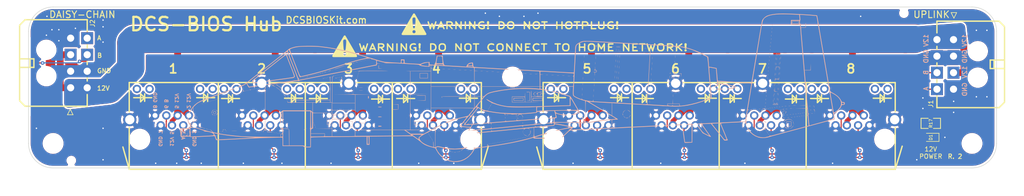
<source format=kicad_pcb>
(kicad_pcb (version 20211014) (generator pcbnew)
  (title_block (title "DCS-BIOS Hub") (date "2023-01-03") (rev "2") (company "Maciej Swic"))
  (layers (0 "F.Cu" signal) (31 "B.Cu" signal) (34 "B.Paste" user) (35 "F.Paste" user) (36 "B.SilkS" user "B.Silkscreen") (37 "F.SilkS" user "F.Silkscreen") (38 "B.Mask" user) (39 "F.Mask" user) (44 "Edge.Cuts" user))
  (net 0 "")
  (net 1 "GND")
  (net 2 "RS485-")
  (net 3 "RS485+")
  (net 5 "Net-(D1-Pad2)")
  (net 9 "+12V")
  (footprint "LOGO" (layer "F.Cu") (at 128.047865 85.25)
    (fp_text reference "G***" hide)
    (fp_text value "LOGO" hide)
  )
  (footprint "MountingHole:MountingHole_3.2mm_M3" (layer "F.Cu") (at 62.705106 106.89217)
    (fp_text reference "HOLE-3" hide)
    (fp_text value "MountingHole_3.2mm_M3" hide)
    (pad "" np_thru_hole circle (at 0 0) (size 3.2 3.2) (drill 3.2) (layers *.Cu *.Mask))
  )
  (footprint "MountingHole:MountingHole_3.2mm_M3" (layer "F.Cu") (at 145.890106 94.82717)
    (fp_text reference "HOLE-2" hide)
    (fp_text value "MountingHole_3.2mm_M3" hide)
    (pad "" np_thru_hole circle (at 0 0) (size 3.2 3.2) (drill 3.2) (layers *.Cu *.Mask))
  )
  (footprint "A10 KiCad Libraries:Molex Micro-Fit 3.0 43045-0800" (layer "F.Cu") (at 65.880106 92.28717 -90)
    (fp_text reference "J2" (at -7.19717 -3.969894 -90) (layer "F.SilkS") (effects (font (size 0.8128 0.8128) (thickness 0.127))))
    (fp_text value "Conn_02x04_Top_Bottom")
    (fp_text user "DAISY-CHAIN" (at -8.78717 -2.119894 unlocked) (layer "F.SilkS") (effects (font (size 1.2192 1.2192) (thickness 0.1778))))
    (pad "" np_thru_hole circle locked (at -2.397765 4.396749 270) (size 3.099822 3.099822) (drill 3.099822) (layers *.Cu *.Mask))
    (pad "" np_thru_hole circle locked (at 2.400305 4.396749 270) (size 3.099822 3.099822) (drill 3.099822) (layers *.Cu *.Mask))
    (pad "1" thru_hole roundrect locked (at 4.498349 0 270) (size 2.159 2.159) (drill 1.300025) (layers *.Cu *.Mask) (roundrect_rratio 0) (chamfer_ratio 0.2) (chamfer bottom_right) (net 9 "+12V"))
    (pad "2" thru_hole rect locked (at 1.498603 0 270) (size 2.159 2.159) (drill 1.300025) (layers *.Cu *.Mask) (net 1 "GND") (clearance 0.1524))
    (pad "3" thru_hole rect locked (at -1.501143 0 270) (size 2.159 2.159) (drill 1.300025) (layers *.Cu *.Mask) (net 9 "+12V"))
    (pad "4" thru_hole rect locked (at -4.500889 0 270) (size 2.159 2.159) (drill 1.300025) (layers *.Cu *.Mask) (net 1 "GND"))
    (pad "5" thru_hole rect locked (at 4.498349 -2.999746 270) (size 2.159 2.159) (drill 1.300025) (layers *.Cu *.Mask) (net 9 "+12V"))
    (pad "6" thru_hole rect locked (at 1.498603 -2.999746 270) (size 2.159 2.159) (drill 1.300025) (layers *.Cu *.Mask) (net 1 "GND") (clearance 0.1524))
    (pad "7" thru_hole rect locked (at -1.501143 -2.999746 270) (size 2.159 2.159) (drill 1.300025) (layers *.Cu *.Mask) (net 2 "RS485-"))
    (pad "8" thru_hole rect locked (at -4.500889 -2.999746 270) (size 2.159 2.159) (drill 1.300025) (layers *.Cu *.Mask) (net 3 "RS485+"))
  )
  (footprint "A10 KiCad Libraries:Tooling Hole" (layer "F.Cu") (at 216.75 83.25)
    (fp_text reference "REF**" hide)
    (fp_text value "Tooling Hole")
    (pad "" np_thru_hole circle (at 0 0) (size 0 0) (drill 1.152) (layers F&B.Cu *.Mask))
  )
  (footprint "LED_SMD:LED_0603_1608Metric" (layer "F.Cu") (at 221.614999 105.791 180)
    (fp_text reference "D1" (at 0.000001 0 90) (layer "F.SilkS") (effects (font (size 0.5588 0.5588) (thickness 0.1016))))
    (fp_text value "BLUE")
    (pad "1" smd roundrect (at -0.7875 0 180) (size 0.875 0.95) (layers "F.Cu" "F.Paste" "F.Mask") (net 1 "GND"))
    (pad "2" smd roundrect (at 0.7875 0 180) (size 0.875 0.95) (layers "F.Cu" "F.Paste" "F.Mask") (net 5 "Net-(D1-Pad2)"))
  )
  (footprint "A10 KiCad Libraries:RJ45-TH_B-1-4" (layer "F.Cu") (at 183.355106 103.71717)
    (fp_text reference "U3" hide)
    (fp_text value "RJ45-B-1*4")
    (pad "" np_thru_hole circle locked (at 29.91759 2.420803) (size 3.249987 3.249987) (drill 3.249987) (layers *.Cu *.Mask))
    (pad "" np_thru_hole circle locked (at -30.032626 2.420803) (size 3.249987 3.249987) (drill 3.249987) (layers *.Cu *.Mask))
    (pad "0" thru_hole circle locked (at 31.717437 -1.139192) (size 2.4 2.4) (drill 1.700025) (layers *.Cu *.Mask) (net 1 "GND"))
    (pad "0" thru_hole circle locked (at -7.93255 -7.739218) (size 2.4 2.4) (drill 1.700025) (layers *.Cu *.Mask) (net 1 "GND"))
    (pad "0" thru_hole circle locked (at -31.832474 -1.139192) (size 2.4 2.4) (drill 1.700025) (layers *.Cu *.Mask) (net 1 "GND"))
    (pad "0" thru_hole circle locked (at 7.817513 -7.739218) (size 2.4 2.4) (drill 1.700025) (layers *.Cu *.Mask) (net 1 "GND"))
    (pad "1" thru_hole circle locked (at -20.112637 -0.119202) (size 1.5 1.5) (drill 0.900025) (layers *.Cu *.Mask) (net 1 "GND"))
    (pad "2" thru_hole circle locked (at -21.132449 -1.899238) (size 1.5 1.5) (drill 0.900025) (layers *.Cu *.Mask) (net 9 "+12V"))
    (pad "3" thru_hole circle locked (at -22.152515 -0.119202) (size 1.5 1.5) (drill 0.900025) (layers *.Cu *.Mask) (net 3 "RS485+"))
    (pad "4" thru_hole circle locked (at -23.172581 -1.899238) (size 1.5 1.5) (drill 0.900025) (layers *.Cu *.Mask) (net 9 "+12V"))
    (pad "5" thru_hole circle locked (at -24.192647 -0.119202) (size 1.5 1.5) (drill 0.900025) (layers *.Cu *.Mask) (net 9 "+12V"))
    (pad "6" thru_hole circle locked (at -25.212459 -1.899238) (size 1.5 1.5) (drill 0.900025) (layers *.Cu *.Mask) (net 2 "RS485-"))
    (pad "7" thru_hole circle locked (at -26.232525 -0.119202) (size 1.5 1.5) (drill 0.900025) (layers *.Cu *.Mask) (net 1 "GND"))
    (pad "8" thru_hole circle locked (at -27.252591 -1.899238) (size 1.5 1.5) (drill 0.900025) (layers *.Cu *.Mask) (net 1 "GND"))
    (pad "9" thru_hole circle locked (at -16.822568 -6.719152) (size 1.5 1.5) (drill 0.900025) (layers *.Cu *.Mask))
    (pad "10" thru_hole circle locked (at -19.112637 -6.719152) (size 1.5 1.5) (drill 0.900025) (layers *.Cu *.Mask))
    (pad "11" thru_hole circle locked (at -28.252591 -6.719152) (size 1.5 1.5) (drill 0.900025) (layers *.Cu *.Mask))
    (pad "12" thru_hole circle locked (at -30.542659 -6.719152) (size 1.5 1.5) (drill 0.900025) (layers *.Cu *.Mask))
    (pad "13" thru_hole circle locked (at -4.362573 -0.119202) (size 1.5 1.5) (drill 0.900025) (layers *.Cu *.Mask) (net 1 "GND"))
    (pad "14" thru_hole circle locked (at -5.382639 -1.899238) (size 1.5 1.5) (drill 0.900025) (layers *.Cu *.Mask) (net 9 "+12V"))
    (pad "15" thru_hole circle locked (at -6.402451 -0.119202) (size 1.5 1.5) (drill 0.900025) (layers *.Cu *.Mask) (net 3 "RS485+"))
    (pad "16" thru_hole circle locked (at -7.422517 -1.899238) (size 1.5 1.5) (drill 0.900025) (layers *.Cu *.Mask) (net 9 "+12V"))
    (pad "17" thru_hole circle locked (at -8.442583 -0.119202) (size 1.5 1.5) (drill 0.900025) (layers *.Cu *.Mask) (net 9 "+12V"))
    (pad "18" thru_hole circle locked (at -9.462649 -1.899238) (size 1.5 1.5) (drill 0.900025) (layers *.Cu *.Mask) (net 2 "RS485-"))
    (pad "19" thru_hole circle locked (at -10.482461 -0.119202) (size 1.5 1.5) (drill 0.900025) (layers *.Cu *.Mask) (net 1 "GND"))
    (pad "20" thru_hole circle locked (at -11.502527 -1.899238) (size 1.5 1.5) (drill 0.900025) (layers *.Cu *.Mask) (net 1 "GND"))
    (pad "21" thru_hole circle locked (at -1.072504 -6.719152) (size 1.5 1.5) (drill 0.900025) (layers *.Cu *.Mask))
    (pad "22" thru_hole circle locked (at -3.362573 -6.719152) (size 1.5 1.5) (drill 0.900025) (layers *.Cu *.Mask))
    (pad "23" thru_hole circle locked (at -12.502527 -6.719152) (size 1.5 1.5) (drill 0.900025) (layers *.Cu *.Mask))
    (pad "24" thru_hole circle locked (at -14.792596 -6.719152) (size 1.5 1.5) (drill 0.900025) (layers *.Cu *.Mask))
    (pad "25" thru_hole circle locked (at 11.38749 -0.119202) (size 1.5 1.5) (drill 0.900025) (layers *.Cu *.Mask) (net 1 "GND"))
    (pad "26" thru_hole circle locked (at 10.367424 -1.899238) (size 1.5 1.5) (drill 0.900025) (layers *.Cu *.Mask) (net 9 "+12V"))
    (pad "27" thru_hole circle locked (at 9.347612 -0.119202) (size 1.5 1.5) (drill 0.900025) (layers *.Cu *.Mask) (net 3 "RS485+"))
    (pad "28" thru_hole circle locked (at 8.327546 -1.899238) (size 1.5 1.5) (drill 0.900025) (layers *.Cu *.Mask) (net 9 "+12V"))
    (pad "29" thru_hole circle locked (at 7.30748 -0.119202) (size 1.5 1.5) (drill 0.900025) (layers *.Cu *.Mask) (net 9 "+12V"))
    (pad "30" thru_hole circle locked (at 6.287414 -1.899238) (size 1.5 1.5) (drill 0.900025) (layers *.Cu *.Mask) (net 2 "RS485-"))
    (pad "31" thru_hole circle locked (at 5.267602 -0.119202) (size 1.5 1.5) (drill 0.900025) (layers *.Cu *.Mask) (net 1 "GND"))
    (pad "32" thru_hole circle locked (at 4.247536 -1.899238) (size 1.5 1.5) (drill 0.900025) (layers *.Cu *.Mask) (net 1 "GND"))
    (pad "33" thru_hole circle locked (at 14.677559 -6.719152) (size 1.5 1.5) (drill 0.900025) (layers *.Cu *.Mask))
    (pad "34" thru_hole circle locked (at 12.38749 -6.723216) (size 1.5 1.5) (drill 0.900025) (layers *.Cu *.Mask))
    (pad "35" thru_hole circle locked (at 3.247536 -6.719152) (size 1.5 1.5) (drill 0.900025) (layers *.Cu *.Mask))
    (pad "36" thru_hole circle locked (at 0.957468 -6.719152) (size 1.5 1.5) (drill 0.900025) (layers *.Cu *.Mask))
    (pad "37" thru_hole circle locked (at 27.137554 -0.119202) (size 1.5 1.5) (drill 0.900025) (layers *.Cu *.Mask) (net 1 "GND"))
    (pad "38" thru_hole circle locked (at 26.117488 -1.899238) (size 1.5 1.5) (drill 0.900025) (layers *.Cu *.Mask) (net 9 "+12V"))
    (pad "39" thru_hole circle locked (at 25.097422 -0.119202) (size 1.5 1.5) (drill 0.900025) (layers *.Cu *.Mask) (net 3 "RS485+"))
    (pad "40" thru_hole circle locked (at 24.07761 -1.899238) (size 1.5 1.5) (drill 0.900025) (layers *.Cu *.Mask) (net 9 "+12V"))
    (pad "41" thru_hole circle locked (at 23.057544 -0.119202) (size 1.5 1.5) (drill 0.900025) (layers *.Cu *.Mask) (net 9 "+12V"))
    (pad "42" thru_hole circle locked (at 22.037478 -1.899238) (size 1.5 1.5) (drill 0.900025) (layers *.Cu *.Mask) (net 2 "RS485-"))
    (pad "43" thru_hole circle locked (at 21.017412 -0.119202) (size 1.5 1.5) (drill 0.900025) (layers *.Cu *.Mask) (net 1 "GND"))
    (pad "44" thru_hole circle locked (at 19.9976 -1.899238) (size 1.5 1.5) (drill 0.900025) (layers *.Cu *.Mask) (net 1 "GND"))
    (pad "45" thru_hole circle locked (at 30.427623 -6.719152) (size 1.5 1.5) (drill 0.900025) (layers *.Cu *.Mask))
    (pad "46" thru_hole circle locked (at 28.137554 -6.719152) (size 1.5 1.5) (drill 0.900025) (layers *.Cu *.Mask))
    (pad "47" thru_hole circle locked (at 18.9976 -6.719152) (size 1.5 1.5) (drill 0.900025) (layers *.Cu *.Mask))
    (pad "48" thru_hole circle locked (at 16.707531 -6.719152) (size 1.5 1.5) (drill 0.900025) (layers *.Cu *.Mask))
  )
  (footprint "A10 KiCad Libraries:R0805" (layer "F.Cu") (at 221.615 103.251 180)
    (fp_text reference "R17" (at 0 0 90) (layer "F.SilkS") (effects (font (size 0.5588 0.5588) (thickness 0.1016))))
    (fp_text value "4.7K")
    (pad "1" smd rect (at -0.966218 0 180) (size 1.132537 1.377013) (layers "F.Cu" "F.Paste" "F.Mask") (net 9 "+12V"))
    (pad "2" smd rect (at 0.966218 0 180) (size 1.132537 1.377013) (layers "F.Cu" "F.Paste" "F.Mask") (net 5 "Net-(D1-Pad2)"))
  )
  (footprint "MountingHole:MountingHole_3.2mm_M3" (layer "F.Cu") (at 229.075106 106.89217)
    (fp_text reference "HOLE-4" hide)
    (fp_text value "MountingHole_3.2mm_M3" hide)
    (pad "" np_thru_hole circle (at 0 0) (size 3.2 3.2) (drill 3.2) (layers *.Cu *.Mask))
  )
  (footprint "A10 KiCad Libraries:Tooling Hole" (layer "F.Cu") (at 66 110)
    (fp_text reference "REF**" hide)
    (fp_text value "Tooling Hole")
    (pad "" np_thru_hole circle (at 0 0) (size 0 0) (drill 1.152) (layers F&B.Cu *.Mask))
  )
  (footprint "LOGO" (layer "F.Cu") (at 115.5 89.25)
    (fp_text reference "G***" hide)
    (fp_text value "LOGO" hide)
  )
  (footprint "A10 KiCad Libraries:Molex Micro-Fit 3.0 43045-0800" (layer "F.Cu") (at 225.725106 92.54792 90)
    (fp_text reference "J1" (at -7.14708 -4.110106 90) (layer "F.SilkS") (effects (font (size 0.8128 0.8128) (thickness 0.127))))
    (fp_text value "Conn_02x04_Top_Bottom")
    (fp_text user "UPLINK" (at 9.04792 -3.975106 unlocked) (layer "F.SilkS") (effects (font (size 1.2192 1.2192) (thickness 0.1778))))
    (pad "" np_thru_hole circle locked (at -2.397765 4.396749 90) (size 3.099822 3.099822) (drill 3.099822) (layers *.Cu *.Mask))
    (pad "" np_thru_hole circle locked (at 2.400305 4.396749 90) (size 3.099822 3.099822) (drill 3.099822) (layers *.Cu *.Mask))
    (pad "1" thru_hole roundrect locked (at 4.498349 0 90) (size 2.159 2.159) (drill 1.300025) (layers *.Cu *.Mask) (roundrect_rratio 0) (chamfer_ratio 0.2) (chamfer bottom_right) (net 9 "+12V"))
    (pad "2" thru_hole rect locked (at 1.498603 0 90) (size 2.159 2.159) (drill 1.300025) (layers *.Cu *.Mask) (net 1 "GND") (clearance 0.1524))
    (pad "3" thru_hole rect locked (at -1.501143 0 90) (size 2.159 2.159) (drill 1.300025) (layers *.Cu *.Mask) (net 9 "+12V"))
    (pad "4" thru_hole rect locked (at -4.500889 0 90) (size 2.159 2.159) (drill 1.300025) (layers *.Cu *.Mask) (net 1 "GND"))
    (pad "5" thru_hole rect locked (at 4.498349 -2.999746 90) (size 2.159 2.159) (drill 1.300025) (layers *.Cu *.Mask) (net 9 "+12V"))
    (pad "6" thru_hole rect locked (at 1.498603 -2.999746 90) (size 2.159 2.159) (drill 1.300025) (layers *.Cu *.Mask) (net 1 "GND") (clearance 0.1524))
    (pad "7" thru_hole rect locked (at -1.501143 -2.999746 90) (size 2.159 2.159) (drill 1.300025) (layers *.Cu *.Mask) (net 2 "RS485-"))
    (pad "8" thru_hole rect locked (at -4.500889 -2.999746 90) (size 2.159 2.159) (drill 1.300025) (layers *.Cu *.Mask) (net 3 "RS485+"))
  )
  (footprint "A10 KiCad Libraries:RJ45-TH_B-1-4" (layer "F.Cu") (at 108.425106 103.71717)
    (fp_text reference "U2" hide)
    (fp_text value "RJ45-B-1*4")
    (pad "" np_thru_hole circle locked (at 29.91759 2.420803) (size 3.249987 3.249987) (drill 3.249987) (layers *.Cu *.Mask))
    (pad "" np_thru_hole circle locked (at -30.032626 2.420803) (size 3.249987 3.249987) (drill 3.249987) (layers *.Cu *.Mask))
    (pad "0" thru_hole circle locked (at -31.832474 -1.139192) (size 2.4 2.4) (drill 1.700025) (layers *.Cu *.Mask) (net 1 "GND"))
    (pad "0" thru_hole circle locked (at -7.93255 -7.739218) (size 2.4 2.4) (drill 1.700025) (layers *.Cu *.Mask) (net 1 "GND"))
    (pad "0" thru_hole circle locked (at 31.717437 -1.139192) (size 2.4 2.4) (drill 1.700025) (layers *.Cu *.Mask) (net 1 "GND"))
    (pad "0" thru_hole circle locked (at 7.817513 -7.739218) (size 2.4 2.4) (drill 1.700025) (layers *.Cu *.Mask) (net 1 "GND"))
    (pad "1" thru_hole circle locked (at -20.112637 -0.119202) (size 1.5 1.5) (drill 0.900025) (layers *.Cu *.Mask) (net 1 "GND"))
    (pad "2" thru_hole circle locked (at -21.132449 -1.899238) (size 1.5 1.5) (drill 0.900025) (layers *.Cu *.Mask) (net 9 "+12V"))
    (pad "3" thru_hole circle locked (at -22.152515 -0.119202) (size 1.5 1.5) (drill 0.900025) (layers *.Cu *.Mask) (net 3 "RS485+"))
    (pad "4" thru_hole circle locked (at -23.172581 -1.899238) (size 1.5 1.5) (drill 0.900025) (layers *.Cu *.Mask) (net 9 "+12V"))
    (pad "5" thru_hole circle locked (at -24.192647 -0.119202) (size 1.5 1.5) (drill 0.900025) (layers *.Cu *.Mask) (net 9 "+12V"))
    (pad "6" thru_hole circle locked (at -25.212459 -1.899238) (size 1.5 1.5) (drill 0.900025) (layers *.Cu *.Mask) (net 2 "RS485-"))
    (pad "7" thru_hole circle locked (at -26.232525 -0.119202) (size 1.5 1.5) (drill 0.900025) (layers *.Cu *.Mask) (net 1 "GND"))
    (pad "8" thru_hole circle locked (at -27.252591 -1.899238) (size 1.5 1.5) (drill 0.900025) (layers *.Cu *.Mask) (net 1 "GND"))
    (pad "9" thru_hole circle locked (at -16.822568 -6.719152) (size 1.5 1.5) (drill 0.900025) (layers *.Cu *.Mask))
    (pad "10" thru_hole circle locked (at -19.112637 -6.719152) (size 1.5 1.5) (drill 0.900025) (layers *.Cu *.Mask))
    (pad "11" thru_hole circle locked (at -28.252591 -6.719152) (size 1.5 1.5) (drill 0.900025) (layers *.Cu *.Mask))
    (pad "12" thru_hole circle locked (at -30.542659 -6.719152) (size 1.5 1.5) (drill 0.900025) (layers *.Cu *.Mask))
    (pad "13" thru_hole circle locked (at -4.362573 -0.119202) (size 1.5 1.5) (drill 0.900025) (layers *.Cu *.Mask) (net 1 "GND"))
    (pad "14" thru_hole circle locked (at -5.382639 -1.899238) (size 1.5 1.5) (drill 0.900025) (layers *.Cu *.Mask) (net 9 "+12V"))
    (pad "15" thru_hole circle locked (at -6.402451 -0.119202) (size 1.5 1.5) (drill 0.900025) (layers *.Cu *.Mask) (net 3 "RS485+"))
    (pad "16" thru_hole circle locked (at -7.422517 -1.899238) (size 1.5 1.5) (drill 0.900025) (layers *.Cu *.Mask) (net 9 "+12V"))
    (pad "17" thru_hole circle locked (at -8.442583 -0.119202) (size 1.5 1.5) (drill 0.900025) (layers *.Cu *.Mask) (net 9 "+12V"))
    (pad "18" thru_hole circle locked (at -9.462649 -1.899238) (size 1.5 1.5) (drill 0.900025) (layers *.Cu *.Mask) (net 2 "RS485-"))
    (pad "19" thru_hole circle locked (at -10.482461 -0.119202) (size 1.5 1.5) (drill 0.900025) (layers *.Cu *.Mask) (net 1 "GND"))
    (pad "20" thru_hole circle locked (at -11.502527 -1.899238) (size 1.5 1.5) (drill 0.900025) (layers *.Cu *.Mask) (net 1 "GND"))
    (pad "21" thru_hole circle locked (at -1.072504 -6.719152) (size 1.5 1.5) (drill 0.900025) (layers *.Cu *.Mask))
    (pad "22" thru_hole circle locked (at -3.362573 -6.719152) (size 1.5 1.5) (drill 0.900025) (layers *.Cu *.Mask))
    (pad "23" thru_hole circle locked (at -12.502527 -6.719152) (size 1.5 1.5) (drill 0.900025) (layers *.Cu *.Mask))
    (pad "24" thru_hole circle locked (at -14.792596 -6.719152) (size 1.5 1.5) (drill 0.900025) (layers *.Cu *.Mask))
    (pad "25" thru_hole circle locked (at 11.38749 -0.119202) (size 1.5 1.5) (drill 0.900025) (layers *.Cu *.Mask) (net 1 "GND"))
    (pad "26" thru_hole circle locked (at 10.367424 -1.899238) (size 1.5 1.5) (drill 0.900025) (layers *.Cu *.Mask) (net 9 "+12V"))
    (pad "27" thru_hole circle locked (at 9.347612 -0.119202) (size 1.5 1.5) (drill 0.900025) (layers *.Cu *.Mask) (net 3 "RS485+"))
    (pad "28" thru_hole circle locked (at 8.327546 -1.899238) (size 1.5 1.5) (drill 0.900025) (layers *.Cu *.Mask) (net 9 "+12V"))
    (pad "29" thru_hole circle locked (at 7.30748 -0.119202) (size 1.5 1.5) (drill 0.900025) (layers *.Cu *.Mask) (net 9 "+12V"))
    (pad "30" thru_hole circle locked (at 6.287414 -1.899238) (size 1.5 1.5) (drill 0.900025) (layers *.Cu *.Mask) (net 2 "RS485-"))
    (pad "31" thru_hole circle locked (at 5.267602 -0.119202) (size 1.5 1.5) (drill 0.900025) (layers *.Cu *.Mask) (net 1 "GND"))
    (pad "32" thru_hole circle locked (at 4.247536 -1.899238) (size 1.5 1.5) (drill 0.900025) (layers *.Cu *.Mask) (net 1 "GND"))
    (pad "33" thru_hole circle locked (at 14.677559 -6.719152) (size 1.5 1.5) (drill 0.900025) (layers *.Cu *.Mask))
    (pad "34" thru_hole circle locked (at 12.38749 -6.723216) (size 1.5 1.5) (drill 0.900025) (layers *.Cu *.Mask))
    (pad "35" thru_hole circle locked (at 3.247536 -6.719152) (size 1.5 1.5) (drill 0.900025) (layers *.Cu *.Mask))
    (pad "36" thru_hole circle locked (at 0.957468 -6.719152) (size 1.5 1.5) (drill 0.900025) (layers *.Cu *.Mask))
    (pad "37" thru_hole circle locked (at 27.137554 -0.119202) (size 1.5 1.5) (drill 0.900025) (layers *.Cu *.Mask) (net 1 "GND"))
    (pad "38" thru_hole circle locked (at 26.117488 -1.899238) (size 1.5 1.5) (drill 0.900025) (layers *.Cu *.Mask) (net 9 "+12V"))
    (pad "39" thru_hole circle locked (at 25.097422 -0.119202) (size 1.5 1.5) (drill 0.900025) (layers *.Cu *.Mask) (net 3 "RS485+"))
    (pad "40" thru_hole circle locked (at 24.07761 -1.899238) (size 1.5 1.5) (drill 0.900025) (layers *.Cu *.Mask) (net 9 "+12V"))
    (pad "41" thru_hole circle locked (at 23.057544 -0.119202) (size 1.5 1.5) (drill 0.900025) (layers *.Cu *.Mask) (net 9 "+12V"))
    (pad "42" thru_hole circle locked (at 22.037478 -1.899238) (size 1.5 1.5) (drill 0.900025) (layers *.Cu *.Mask) (net 2 "RS485-"))
    (pad "43" thru_hole circle locked (at 21.017412 -0.119202) (size 1.5 1.5) (drill 0.900025) (layers *.Cu *.Mask) (net 1 "GND"))
    (pad "44" thru_hole circle locked (at 19.9976 -1.899238) (size 1.5 1.5) (drill 0.900025) (layers *.Cu *.Mask) (net 1 "GND"))
    (pad "45" thru_hole circle locked (at 30.427623 -6.719152) (size 1.5 1.5) (drill 0.900025) (layers *.Cu *.Mask))
    (pad "46" thru_hole circle locked (at 28.137554 -6.719152) (size 1.5 1.5) (drill 0.900025) (layers *.Cu *.Mask))
    (pad "47" thru_hole circle locked (at 18.9976 -6.719152) (size 1.5 1.5) (drill 0.900025) (layers *.Cu *.Mask))
    (pad "48" thru_hole circle locked (at 16.707531 -6.719152) (size 1.5 1.5) (drill 0.900025) (layers *.Cu *.Mask))
  )
  (footprint "LOGO" (layer "B.Cu") (at 145.5 100.5 180)
    (fp_text reference "G***" hide)
    (fp_text value "LOGO" hide)
  )
  (gr_arc (start 229.075106 82.12717) (mid 232.218173 83.429093) (end 233.520106 86.57217) (layer "Edge.Cuts") (width 0.1016))
  (gr_line (start 229.075106 111.33717) (end 62.705106 111.33717) (layer "Edge.Cuts") (width 0.1))
  (gr_arc (start 62.705106 111.33717) (mid 59.562027 110.035254) (end 58.260106 106.89217) (layer "Edge.Cuts") (width 0.1016))
  (gr_arc (start 58.260106 86.57217) (mid 59.562015 83.429075) (end 62.705106 82.12717) (layer "Edge.Cuts") (width 0.1016))
  (gr_line (start 233.520106 86.57217) (end 233.520106 106.89217) (layer "Edge.Cuts") (width 0.1))
  (gr_line (start 62.705106 82.12717) (end 229.075106 82.12717) (layer "Edge.Cuts") (width 0.1))
  (gr_arc (start 233.520106 106.89217) (mid 232.218198 110.035272) (end 229.075106 111.33717) (layer "Edge.Cuts") (width 0.1016))
  (gr_line (start 58.260106 106.89217) (end 58.260106 86.57217) (layer "Edge.Cuts") (width 0.1))
  (gr_text "GND" (at 220.75 89.75 90) (layer "B.SilkS") (effects (font (size 0.8128 0.8128) (thickness 0.1524)) (justify left mirror)))
  (gr_text "8 GND" (at 81.153 99.06 270) (layer "B.SilkS") (effects (font (size 0.6096 0.6096) (thickness 0.127)) (justify mirror)))
  (gr_text "A 3" (at 86.233 105.41 270) (layer "B.SilkS") (effects (font (size 0.6096 0.6096) (thickness 0.127)) (justify mirror)))
  (gr_text "GND" (at 227.75 89.75 90) (layer "B.SilkS") (effects (font (size 0.8128 0.8128) (thickness 0.1524)) (justify left mirror)))
  (gr_text "B" (at 220.75 93.5 90) (layer "B.SilkS") (effects (font (size 0.8128 0.8128) (thickness 0.1524)) (justify left mirror)))
  (gr_text "GND 7" (at 82.127 106 270) (layer "B.SilkS") (effects (font (size 0.6096 0.6096) (thickness 0.127)) (justify mirror)))
  (gr_text "GND" (at 227.75 95.75 90) (layer "B.SilkS") (effects (font (size 0.8128 0.8128) (thickness 0.1524)) (justify left mirror)))
  (gr_text "12V 5" (at 84.201 106.045 270) (layer "B.SilkS") (effects (font (size 0.6096 0.6096) (thickness 0.127)) (justify mirror)))
  (gr_text "12V" (at 220.75 87 90) (layer "B.SilkS") (effects (font (size 0.8128 0.8128) (thickness 0.1524)) (justify left mirror)))
  (gr_text "12V" (at 227.75 87 90) (layer "B.SilkS") (effects (font (size 0.8128 0.8128) (thickness 0.1524)) (justify left mirror)))
  (gr_text "A" (at 220.75 96.5 90) (layer "B.SilkS") (effects (font (size 0.8128 0.8128) (thickness 0.1524)) (justify left mirror)))
  (gr_text "12V" (at 227.75 92.75 90) (layer "B.SilkS") (effects (font (size 0.8128 0.8128) (thickness 0.1524)) (justify left mirror)))
  (gr_text "GND 1" (at 88.265 106 270) (layer "B.SilkS") (effects (font (size 0.6096 0.6096) (thickness 0.127)) (justify mirror)))
  (gr_text "5 12V" (at 85.09 99.187 270) (layer "B.SilkS") (effects (font (size 0.6096 0.6096) (thickness 0.127)) (justify mirror)))
  (gr_text "2 12V" (at 87.249 99.1738 270) (layer "B.SilkS") (effects (font (size 0.6096 0.6096) (thickness 0.127)) (justify mirror)))
  (gr_text "6 B" (at 83.185 99.695 270) (layer "B.SilkS") (effects (font (size 0.6096 0.6096) (thickness 0.127)) (justify mirror)))
  (gr_text "B" (at 71.628 90.932) (layer "F.SilkS") (effects (font (size 0.8128 0.8128) (thickness 0.1524)) (justify right)))
  (gr_text "12V" (at 73.025 96.8756) (layer "F.SilkS") (effects (font (size 0.8128 0.8128) (thickness 0.1524)) (justify right)))
  (gr_text "WARNING! DO NOT CONNECT TO HOME NETWORK!" (at 147.797865 89.5) (layer "F.SilkS") (effects (font (size 1.2192 1.6256) (thickness 0.254))))
  (gr_text "${TITLE}" (at 90.41888 85.25) (layer "F.SilkS") (effects (font (size 2.4384 2.4384) (thickness 0.4064))))
  (gr_text "3" (at 116.205 93.345) (layer "F.SilkS") (effects (font (size 1.6256 1.6256) (thickness 0.3048))))
  (gr_text "R. ${REVISION}" (at 226 109.25) (layer "F.SilkS") (effects (font (size 0.8128 0.8128) (thickness 0.1524))))
  (gr_text "DCSBIOSKit.com" (at 112.167438 84.5) (layer "F.SilkS") (effects (font (size 1.2192 1.2192) (thickness 0.2032))))
  (gr_text "4" (at 132.08 93.345) (layer "F.SilkS") (effects (font (size 1.6256 1.6256) (thickness 0.3048))))
  (gr_text "A" (at 71.501 87.757) (layer "F.SilkS") (effects (font (size 0.8128 0.8128) (thickness 0.1524)) (justify right)))
  (gr_text "2" (at 100.457 93.345) (layer "F.SilkS") (effects (font (size 1.6256 1.6256) (thickness 0.3048))))
  (gr_text "1" (at 84.455 93.345) (layer "F.SilkS") (effects (font (size 1.6256 1.6256) (thickness 0.3048))))
  (gr_text "WARNING! DO NOT HOTPLUG!" (at 147.797865 85.5) (layer "F.SilkS") (effects (font (size 1.2192 1.6256) (thickness 0.254))))
  (gr_text "12V\nPOWER" (at 221.615 108.585) (layer "F.SilkS") (effects (font (size 0.8128 0.8128) (thickness 0.127))))
  (gr_text "5" (at 159.385 93.345) (layer "F.SilkS") (effects (font (size 1.6256 1.6256) (thickness 0.3048))))
  (gr_text "7" (at 191.135 93.345) (layer "F.SilkS") (effects (font (size 1.6256 1.6256) (thickness 0.3048))))
  (gr_text "6" (at 175.387 93.345) (layer "F.SilkS") (effects (font (size 1.6256 1.6256) (thickness 0.3048))))
  (gr_text "8" (at 207.137 93.345) (layer "F.SilkS") (effects (font (size 1.6256 1.6256) (thickness 0.3048))))
  (gr_text "GND" (at 73.279 93.726) (layer "F.SilkS") (effects (font (size 0.8128 0.8128) (thickness 0.1524)) (justify right)))
  (via (at 66.75 86) (size 0.635) (drill 0.254) (layers "F.Cu" "B.Cu") (net 1))
  (via (at 61.595 83.82) (size 0.635) (drill 0.254) (layers "F.Cu" "B.Cu") (net 1))
  (via (at 229.87 86.36) (size 0.635) (drill 0.254) (layers "F.Cu" "B.Cu") (net 1))
  (via (at 224.163893 105.787887) (size 0.635) (drill 0.254) (layers "F.Cu" "B.Cu") (net 1))
  (via (at 59.69 104.14) (size 0.635) (drill 0.254) (layers "F.Cu" "B.Cu") (net 1))
  (via (at 229.87 98.425) (size 0.635) (drill 0.254) (layers "F.Cu" "B.Cu") (net 1))
  (via (at 89.535 110.49) (size 0.635) (drill 0.254) (layers "F.Cu" "B.Cu") (net 1))
  (via (at 220.185106 100.54217) (size 0.635) (drill 0.254) (layers "F.Cu" "B.Cu") (net 1))
  (via (at 225.75 99.25) (size 0.635) (drill 0.254) (layers "F.Cu" "B.Cu") (net 1))
  (via (at 62.5 86.25) (size 0.635) (drill 0.254) (layers "F.Cu" "B.Cu") (net 1))
  (via (at 104.14 110.49) (size 0.635) (drill 0.254) (layers "F.Cu" "B.Cu") (net 1))
  (via (at 156.845 110.49) (size 0.635) (drill 0.254) (layers "F.Cu" "B.Cu") (net 1))
  (via (at 71.75 84.5) (size 0.635) (drill 0.254) (layers "F.Cu" "B.Cu") (net 1))
  (via (at 113.03 110.49) (size 0.635) (drill 0.254) (layers "F.Cu" "B.Cu") (net 1))
  (via (at 71.755 85.725) (size 0.635) (drill 0.254) (layers "F.Cu" "B.Cu") (net 1))
  (via (at 150.495 83.25) (size 0.635) (drill 0.254) (layers "F.Cu" "B.Cu") (net 1))
  (via (at 208.915 83.82) (size 0.635) (drill 0.254) (layers "F.Cu" "B.Cu") (net 1))
  (via (at 61.5 87.25) (size 0.635) (drill 0.254) (layers "F.Cu" "B.Cu") (net 1))
  (via (at 147.955 83.82) (size 0.635) (drill 0.254) (layers "F.Cu" "B.Cu") (net 1))
  (via (at 220.185106 98.63717) (size 0.635) (drill 0.254) (layers "F.Cu" "B.Cu") (net 1))
  (via (at 128.905 110.49) (size 0.635) (drill 0.254) (layers "F.Cu" "B.Cu") (net 1))
  (via (at 219.075 109.855) (size 0.635) (drill 0.254) (layers "F.Cu" "B.Cu") (net 1))
  (via (at 225.75 101.25) (size 0.635) (drill 0.254) (layers "F.Cu" "B.Cu") (net 1))
  (via (at 143.51 83.82) (size 0.635) (drill 0.254) (layers "F.Cu" "B.Cu") (net 1))
  (via (at 203.835 110.49) (size 0.635) (drill 0.254) (layers "F.Cu" "B.Cu") (net 1))
  (via (at 135.255 110.49) (size 0.635) (drill 0.254) (layers "F.Cu" "B.Cu") (net 1))
  (via (at 71.755 109.855) (size 0.635) (drill 0.254) (layers "F.Cu" "B.Cu") (net 1))
  (via (at 172.72 110.49) (size 0.635) (drill 0.254) (layers "F.Cu" "B.Cu") (net 1))
  (via (at 63.75 86.25) (size 0.635) (drill 0.254) (layers "F.Cu" "B.Cu") (net 1))
  (via (at 71.755 104.14) (size 0.635) (drill 0.254) (layers "F.Cu" "B.Cu") (net 1))
  (via (at 71.75 88.5) (size 0.635) (drill 0.254) (layers "F.Cu" "B.Cu") (net 1))
  (via (at 187.96 110.49) (size 0.635) (drill 0.254) (layers "F.Cu" "B.Cu") (net 1))
  (via (at 85.09 110.49) (size 0.635) (drill 0.254) (layers "F.Cu" "B.Cu") (net 1))
  (via (at 63.75 88.25) (size 0.635) (drill 0.254) (layers "F.Cu" "B.Cu") (net 1))
  (via (at 140.97 83.25) (size 0.635) (drill 0.254) (layers "F.Cu" "B.Cu") (net 1))
  (via (at 97.155 110.49) (size 0.635) (drill 0.254) (layers "F.Cu" "B.Cu") (net 1))
  (via (at 231.775 86.36) (size 0.635) (drill 0.254) (layers "F.Cu" "B.Cu") (net 1))
  (via (at 81.28 110.49) (size 0.635) (drill 0.254) (layers "F.Cu" "B.Cu") (net 1))
  (via (at 231.775 98.425) (size 0.635) (drill 0.254) (layers "F.Cu" "B.Cu") (net 1))
  (segment (start 67.5 92) (end 68.655 92) (width 0.2) (layer "F.Cu") (net 2))
  (segment (start 68.879852 91.775148) (end 68.879852 90.786027) (width 0.2) (layer "F.Cu") (net 2))
  (segment (start 189.64252 101.817932) (end 189.64252 108.099584) (width 0.2) (layer "F.Cu") (net 2))
  (segment (start 158.142647 108.349711) (end 158.590106 108.79717) (width 0.2) (layer "F.Cu") (net 2))
  (segment (start 114.71252 101.817932) (end 114.71252 108.099584) (width 0.2) (layer "F.Cu") (net 2))
  (segment (start 83.212647 102.878592) (end 83.194981 102.896258) (width 0.2) (layer "F.Cu") (net 2))
  (segment (start 98.962457 101.817932) (end 98.962457 108.224521) (width 0.2) (layer "F.Cu") (net 2))
  (segment (start 189.64252 108.099584) (end 190.340106 108.79717) (width 0.2) (layer "F.Cu") (net 2))
  (segment (start 173.892457 101.817932) (end 173.892457 108.224521) (width 0.2) (layer "F.Cu") (net 2))
  (segment (start 74.135106 107.52717) (end 74.135106 103.08217) (width 0.2) (layer "F.Cu") (net 2))
  (segment (start 98.962457 108.224521) (end 99.535106 108.79717) (width 0.2) (layer "F.Cu") (net 2))
  (segment (start 72.865106 101.81217) (end 60.800106 101.81217) (width 0.2) (layer "F.Cu") (net 2))
  (segment (start 59.530106 92.719894) (end 59.96283 92.28717) (width 0.2) (layer "F.Cu") (net 2))
  (segment (start 217.645106 95.46217) (end 217.645106 107.52717) (width 0.2) (layer "F.Cu") (net 2))
  (segment (start 75.405106 108.79717) (end 74.135106 107.52717) (width 0.2) (layer "F.Cu") (net 2))
  (segment (start 222.72536 94.049063) (end 219.058213 94.049063) (width 0.2) (layer "F.Cu") (net 2))
  (segment (start 205.392584 101.817932) (end 205.392584 107.974648) (width 0.2) (layer "F.Cu") (net 2))
  (segment (start 59.96283 92.28717) (end 60.800106 92.28717) (width 0.2) (layer "F.Cu") (net 2))
  (segment (start 83.194981 102.896258) (end 83.194981 108.13881) (width 0.2) (layer "F.Cu") (net 2))
  (segment (start 83.194981 108.13881) (end 83.815414 108.759243) (width 0.2) (layer "F.Cu") (net 2))
  (segment (start 60.800106 101.81217) (end 59.530106 100.54217) (width 0.2) (layer "F.Cu") (net 2))
  (segment (start 216.375106 108.79717) (end 114.72283 108.79717) (width 0.2) (layer "F.Cu") (net 2))
  (segment (start 115.410106 108.79717) (end 114.72283 108.79717) (width 0.2) (layer "F.Cu") (net 2))
  (segment (start 74.135106 103.08217) (end 72.865106 101.81217) (width 0.2) (layer "F.Cu") (net 2))
  (segment (start 130.462584 101.817932) (end 130.462584 107.974648) (width 0.2) (layer "F.Cu") (net 2))
  (segment (start 59.530106 100.54217) (end 59.530106 92.719894) (width 0.2) (layer "F.Cu") (net 2))
  (segment (start 217.645106 107.52717) (end 216.375106 108.79717) (width 0.2) (layer "F.Cu") (net 2))
  (segment (start 114.71252 108.099584) (end 115.410106 108.79717) (width 0.2) (layer "F.Cu") (net 2))
  (segment (start 68.655 92) (end 68.879852 91.775148) (width 0.2) (layer "F.Cu") (net 2))
  (segment (start 83.212647 101.817932) (end 83.212647 102.878592) (width 0.2) (layer "F.Cu") (net 2))
  (segment (start 173.892457 108.224521) (end 174.465106 108.79717) (width 0.2) (layer "F.Cu") (net 2))
  (segment (start 68.879852 91.827424) (end 68.879852 90.786027) (width 0.2) (layer "F.Cu") (net 2))
  (segment (start 219.058213 94.049063) (end 217.645106 95.46217) (width 0.2) (layer "F.Cu") (net 2))
  (segment (start 158.142647 101.817932) (end 158.142647 108.349711) (width 0.2) (layer "F.Cu") (net 2))
  (segment (start 130.462584 107.974648) (end 131.285106 108.79717) (width 0.2) (layer "F.Cu") (net 2))
  (segment (start 114.72283 108.79717) (end 75.405106 108.79717) (width 0.2) (layer "F.Cu") (net 2))
  (segment (start 205.392584 107.974648) (end 206.215106 108.79717) (width 0.2) (layer "F.Cu") (net 2))
  (via (at 60.800106 92.28717) (size 0.635) (drill 0.254) (layers "F.Cu" "B.Cu") (net 2))
  (via (at 67.5 92) (size 0.635) (drill 0.254) (layers "F.Cu" "B.Cu") (net 2))
  (segment (start 67.227898 92.272102) (end 60.815174 92.272102) (width 0.2) (layer "B.Cu") (net 2))
  (segment (start 60.815174 92.272102) (end 60.800106 92.28717) (width 0.2) (layer "B.Cu") (net 2))
  (segment (start 67.5 92) (end 67.227898 92.272102) (width 0.2) (layer "B.Cu") (net 2))
  (segment (start 68.879852 86.396916) (end 67.482936 85) (width 0.2) (layer "F.Cu") (net 3))
  (segment (start 73.500106 108.16217) (end 74.770106 109.43217) (width 0.2) (layer "F.Cu") (net 3))
  (segment (start 74.770106 109.43217) (end 217.010106 109.43217) (width 0.2) (layer "F.Cu") (net 3))
  (segment (start 86.272591 103.597968) (end 86.272591 107.599655) (width 0.2) (layer "F.Cu") (net 3))
  (segment (start 208.452528 103.597968) (end 208.452528 107.859592) (width 0.2) (layer "F.Cu") (net 3))
  (segment (start 60.165106 102.44717) (end 72.230106 102.44717) (width 0.2) (layer "F.Cu") (net 3))
  (segment (start 102.022655 103.597968) (end 102.022655 107.474719) (width 0.2) (layer "F.Cu") (net 3))
  (segment (start 176.952655 103.597968) (end 176.952655 108.109719) (width 0.2) (layer "F.Cu") (net 3))
  (segment (start 133.522528 103.597968) (end 133.522528 107.859592) (width 0.2) (layer "F.Cu") (net 3))
  (segment (start 72.230106 102.44717) (end 73.500106 103.71717) (width 0.2) (layer "F.Cu") (net 3))
  (segment (start 217.010106 109.43217) (end 218.280106 108.16217) (width 0.2) (layer "F.Cu") (net 3))
  (segment (start 68.879852 87.786281) (end 68.879852 86.396916) (width 0.2) (layer "F.Cu") (net 3))
  (segment (start 208.452528 107.859592) (end 208.755106 108.16217) (width 0.2) (layer "F.Cu") (net 3))
  (segment (start 62.25 85) (end 58.895106 88.354894) (width 0.2) (layer "F.Cu") (net 3))
  (segment (start 102.022655 107.474719) (end 102.710106 108.16217) (width 0.2) (layer "F.Cu") (net 3))
  (segment (start 133.522528 107.859592) (end 133.825106 108.16217) (width 0.2) (layer "F.Cu") (net 3))
  (segment (start 117.772718 107.984782) (end 117.950106 108.16217) (width 0.2) (layer "F.Cu") (net 3))
  (segment (start 192.702718 107.984782) (end 192.880106 108.16217) (width 0.2) (layer "F.Cu") (net 3))
  (segment (start 86.272591 107.599655) (end 86.835106 108.16217) (width 0.2) (layer "F.Cu") (net 3))
  (segment (start 192.702718 103.597968) (end 192.702718 107.984782) (width 0.2) (layer "F.Cu") (net 3))
  (segment (start 218.280106 98.00217) (end 219.233467 97.048809) (width 0.2) (layer "F.Cu") (net 3))
  (segment (start 117.772718 103.597968) (end 117.772718 107.984782) (width 0.2) (layer "F.Cu") (net 3))
  (segment (start 219.233467 97.048809) (end 222.72536 97.048809) (width 0.2) (layer "F.Cu") (net 3))
  (segment (start 58.895106 88.354894) (end 58.895106 101.17717) (width 0.2) (layer "F.Cu") (net 3))
  (segment (start 161.202591 107.599655) (end 161.765106 108.16217) (width 0.2) (layer "F.Cu") (net 3))
  (segment (start 161.202591 103.597968) (end 161.202591 107.599655) (width 0.2) (layer "F.Cu") (net 3))
  (segment (start 58.895106 101.17717) (end 60.165106 102.44717) (width 0.2) (layer "F.Cu") (net 3))
  (segment (start 218.280106 108.16217) (end 218.280106 98.00217) (width 0.2) (layer "F.Cu") (net 3))
  (segment (start 67.482936 85) (end 62.25 85) (width 0.2) (layer "F.Cu") (net 3))
  (segment (start 176.952655 108.109719) (end 177.005106 108.16217) (width 0.2) (layer "F.Cu") (net 3))
  (segment (start 73.500106 103.71717) (end 73.500106 108.16217) (width 0.2) (layer "F.Cu") (net 3))
  (via (at 117.950106 108.16217) (size 0.635) (drill 0.254) (layers "F.Cu" "B.Cu") (net 3))
  (via (at 117.950106 109.43217) (size 0.635) (drill 0.254) (layers "F.Cu" "B.Cu") (net 3))
  (via (at 133.825106 108.16217) (size 0.635) (drill 0.254) (layers "F.Cu" "B.Cu") (net 3))
  (via (at 161.765106 108.16217) (size 0.635) (drill 0.254) (layers "F.Cu" "B.Cu") (net 3))
  (via (at 192.880106 108.16217) (size 0.635) (drill 0.254) (layers "F.Cu" "B.Cu") (net 3))
  (via (at 208.755106 109.43217) (size 0.635) (drill 0.254) (layers "F.Cu" "B.Cu") (net 3))
  (via (at 86.835106 108.16217) (size 0.635) (drill 0.254) (layers "F.Cu" "B.Cu") (net 3))
  (via (at 192.880106 109.43217) (size 0.635) (drill 0.254) (layers "F.Cu" "B.Cu") (net 3))
  (via (at 102.710106 108.16217) (size 0.635) (drill 0.254) (layers "F.Cu" "B.Cu") (net 3))
  (via (at 208.755106 108.16217) (size 0.635) (drill 0.254) (layers "F.Cu" "B.Cu") (net 3))
  (via (at 133.825106 109.43217) (size 0.635) (drill 0.254) (layers "F.Cu" "B.Cu") (net 3))
  (via (at 102.710106 109.43217) (size 0.635) (drill 0.254) (layers "F.Cu" "B.Cu") (net 3))
  (via (at 86.835106 109.43217) (size 0.635) (drill 0.254) (layers "F.Cu" "B.Cu") (net 3))
  (via (at 177.005106 108.16217) (size 0.635) (drill 0.254) (layers "F.Cu" "B.Cu") (net 3))
  (via (at 177.005106 109.43217) (size 0.635) (drill 0.254) (layers "F.Cu" "B.Cu") (net 3))
  (via (at 161.765106 109.43217) (size 0.635) (drill 0.254) (layers "F.Cu" "B.Cu") (net 3))
  (segment (start 133.825106 108.16217) (end 133.825106 109.43217) (width 0.2) (layer "B.Cu") (net 3))
  (segment (start 161.765106 108.16217) (end 161.765106 109.43217) (width 0.2) (layer "B.Cu") (net 3))
  (segment (start 102.710106 108.16217) (end 102.710106 109.43217) (width 0.2) (layer "B.Cu") (net 3))
  (segment (start 192.880106 108.16217) (end 192.880106 109.43217) (width 0.2) (layer "B.Cu") (net 3))
  (segment (start 177.005106 108.16217) (end 177.005106 109.43217) (width 0.2) (layer "B.Cu") (net 3))
  (segment (start 208.755106 108.16217) (end 208.755106 109.43217) (width 0.2) (layer "B.Cu") (net 3))
  (segment (start 86.835106 108.16217) (end 86.835106 109.43217) (width 0.2) (layer "B.Cu") (net 3))
  (segment (start 117.950106 108.16217) (end 117.950106 109.43217) (width 0.2) (layer "B.Cu") (net 3))
  (segment (start 220.648782 103.251) (end 220.648782 104.63735) (width 0.3048) (layer "F.Cu") (net 5))
  (segment (start 220.827499 104.816067) (end 220.827499 105.791) (width 0.3048) (layer "F.Cu") (net 5))
  (segment (start 220.648782 104.63735) (end 220.827499 104.816067) (width 0.3048) (layer "F.Cu") (net 5))
  (segment (start 225.725106 94.049063) (end 227.399063 94.049063) (width 1.2192) (layer "F.Cu") (net 9))
  (segment (start 174.912523 103.597968) (end 174.912523 102.837998) (width 0.8128) (layer "F.Cu") (net 9))
  (segment (start 207.432716 88.944362) (end 208.327507 88.049571) (width 1.2192) (layer "F.Cu") (net 9))
  (segment (start 133.397507 88.049571) (end 127.047507 88.049571) (width 4.8768) (layer "F.Cu") (net 9))
  (segment (start 208.327507 88.049571) (end 200.072507 88.049571) (width 4.8768) (layer "F.Cu") (net 9))
  (segment (start 159.162459 103.597968) (end 159.162459 102.837998) (width 0.8128) (layer "F.Cu") (net 9))
  (segment (start 77.320113 88.049571) (end 76.75 88.619684) (width 4.8768) (layer "F.Cu") (net 9))
  (segment (start 134.542594 101.817932) (end 132.721946 99.997284) (width 1.2192) (layer "F.Cu") (net 9))
  (segment (start 170.227507 88.049571) (end 162.192705 88.049571) (width 4.8768) (layer "F.Cu") (net 9))
  (segment (start 64 91.028797) (end 64 96.5) (width 1.2192) (layer "F.Cu") (net 9))
  (segment (start 118.75 99.830584) (end 118.75 101.775402) (width 1.2192) (layer "F.Cu") (net 9))
  (segment (start 85.4722 99.997475) (end 85.252525 99.997475) (width 1.2192) (layer "F.Cu") (net 9))
  (segment (start 102.917507 99.903014) (end 102.917507 88.049571) (width 1.2192) (layer "F.Cu") (net 9))
  (segment (start 118.79253 89.539746) (end 120.282705 88.049571) (width 1.2192) (layer "F.Cu") (net 9))
  (segment (start 227.114571 88.049571) (end 227.593234 88.528234) (width 1.2192) (layer "F.Cu") (net 9))
  (segment (start 207.432716 99.682716) (end 207.432716 88.944362) (width 1.2192) (layer "F.Cu") (net 9))
  (segment (start 115.732586 103.597968) (end 115.732586 102.837998) (width 0.8128) (layer "F.Cu") (net 9))
  (segment (start 102.917507 99.903014) (end 102.917507 100.667507) (width 1.2192) (layer "F.Cu") (net 9))
  (segment (start 162.222657 101.817932) (end 160.182525 99.7778) (width 1.2192) (layer "F.Cu") (net 9))
  (segment (start 193.72253 99.778054) (end 193.72253 89.539746) (width 1.2192) (layer "F.Cu") (net 9))
  (segment (start 152.447507 88.049571) (end 133.397507 88.049571) (width 4.8768) (layer "F.Cu") (net 9))
  (segment (start 159.162459 102.837998) (end 160.182525 101.817932) (width 0.8128) (layer "F.Cu") (net 9))
  (segment (start 160.235429 88.049571) (end 152.447507 88.049571) (width 4.8768) (layer "F.Cu") (net 9))
  (segment (start 120.282705 88.049571) (end 110.122705 88.049571) (width 4.8768) (layer "F.Cu") (net 9))
  (segment (start 206.41265 103.597968) (end 206.41265 102.837998) (width 0.8128) (layer "F.Cu") (net 9))
  (segment (start 84.232459 103.597968) (end 84.232459 102.837998) (width 0.8128) (layer "F.Cu") (net 9))
  (segment (start 207.432716 101.817932) (end 207.432716 99.682716) (width 1.2192) (layer "F.Cu") (net 9))
  (segment (start 115.732586 102.837998) (end 116.752652 101.817932) (width 0.8128) (layer "F.Cu") (net 9))
  (segment (start 160.182525 101.817932) (end 160.182525 99.682525) (width 1.2192) (layer "F.Cu") (net 9))
  (segment (start 99.982523 102.837998) (end 101.002589 101.817932) (width 0.8128) (layer "F.Cu") (net 9))
  (segment (start 64 96.5) (end 64.285519 96.785519) (width 1.2192) (layer "F.Cu") (net 9))
  (segment (start 225.679 103.251) (end 222.581218 103.251) (width 0.3048) (layer "F.Cu") (net 9))
  (segment (start 64.285519 96.785519) (end 65.880106 96.785519) (width 1.2192) (layer "F.Cu") (net 9))
  (segment (start 118.745 99.825584) (end 118.75 99.830584) (width 1.2192) (layer "F.Cu") (net 9))
  (segment (start 225.725106 88.049571) (end 227.114571 88.049571) (width 1.2192) (layer "F.Cu") (net 9))
  (segment (start 190.662586 102.837998) (end 191.682652 101.817932) (width 0.8128) (layer "F.Cu") (net 9))
  (segment (start 85.252525 99.997475) (end 85.252525 88.427525) (width 1.2192) (layer "F.Cu") (net 9))
  (segment (start 177.8 99.950521) (end 177.8 100.8) (width 1.2192) (layer "F.Cu") (net 9))
  (segment (start 174.912523 102.837998) (end 175.932589 101.817932) (width 0.8128) (layer "F.Cu") (net 9))
  (segment (start 193.72253 89.539746) (end 195.212705 88.049571) (width 1.2192) (layer "F.Cu") (net 9))
  (segment (start 131.48265 103.597968) (end 131.48265 102.837998) (width 0.8128) (layer "F.Cu") (net 9))
  (segment (start 177.972467 89.444531) (end 176.577507 88.049571) (width 0.8128) (layer "F.Cu") (net 9))
  (segment (start 227.593234 94.243234) (end 227.593234 101.336766) (width 0.3048) (layer "F.Cu") (net 9))
  (segment (start 191.682652 101.817932) (end 193.72253 99.778054) (width 1.2192) (layer "F.Cu") (net 9))
  (segment (start 103.042467 100.792467) (end 103.042467 101.817932) (width 1.2192) (layer "F.Cu") (net 9))
  (segment (start 76.75 93.25) (end 72.865106 97.134894) (width 4.8768) (layer "F.Cu") (net 9))
  (segment (start 132.721946 99.997284) (end 132.502716 99.997284) (width 1.2192) (layer "F.Cu") (net 9))
  (segment (start 102.917507 88.049571) (end 77.320113 88.049571) (width 4.8768) (layer "F.Cu") (net 9))
  (segment (start 200.072507 88.049571) (end 195.212705 88.049571) (width 4.8768) (layer "F.Cu") (net 9))
  (segment (start 227.593234 88.528234) (end 227.593234 94.243234) (width 1.2192) (layer "F.Cu") (net 9))
  (segment (start 118.745 99.825584) (end 118.745 89.587276) (width 1.2192) (layer "F.Cu") (net 9))
  (segment (start 227.593234 101.336766) (end 225.679 103.251) (width 0.3048) (layer "F.Cu") (net 9))
  (segment (start 65.880106 90.786027) (end 64.24277 90.786027) (width 1.2192) (layer "F.Cu") (net 9))
  (segment (start 101.002589 101.817932) (end 102.917507 99.903014) (width 1.2192) (layer "F.Cu") (net 9))
  (segment (start 162.192705 88.049571) (end 160.235429 88.049571) (width 4.8768) (layer "F.Cu") (net 9))
  (segment (start 184.832507 88.049571) (end 176.577507 88.049571) (width 4.8768) (layer "F.Cu") (net 9))
  (segment (start 206.41265 102.837998) (end 207.432716 101.817932) (width 0.8128) (layer "F.Cu") (net 9))
  (segment (start 64.24277 90.786027) (end 64 91.028797) (width 1.2192) (layer "F.Cu") (net 9))
  (segment (start 127.047507 88.049571) (end 120.282705 88.049571) (width 4.8768) (layer "F.Cu") (net 9))
  (segment (start 178 101) (end 178 101.790399) (width 1.2192) (layer "F.Cu") (net 9))
  (segment (start 177.8 100.8) (end 178 101) (width 1.2192) (layer "F.Cu") (net 9))
  (segment (start 207.432716 99.778054) (end 207.432716 99.682716) (width 1.2192) (layer "F.Cu") (net 9))
  (segment (start 76.75 88.619684) (end 76.75 93.25) (width 4.8768) (layer "F.Cu") (net 9))
  (segment (start 132.502716 88.944362) (end 133.397507 88.049571) (width 0.8128) (layer "F.Cu") (net 9))
  (segment (start 132.502716 101.817932) (end 132.502716 99.997284) (width 1.2192) (layer "F.Cu") (net 9))
  (segment (start 178 101.790399) (end 177.972467 101.817932) (width 1.2192) (layer "F.Cu") (net 9))
  (segment (start 99.982523 103.597968) (end 99.982523 102.837998) (width 0.8128) (layer "F.Cu") (net 9))
  (segment (start 87.292657 101.817932) (end 85.4722 99.997475) (width 1.2192) (layer "F.Cu") (net 9))
  (segment (start 160.182525 99.682525) (end 160.182525 88.102475) (width 1.2192) (layer "F.Cu") (net 9))
  (segment (start 102.917507 88.049571) (end 110.122705 88.049571) (width 4.8768) (layer "F.Cu") (net 9))
  (segment (start 175.932589 101.817932) (end 177.8 99.950521) (width 1.2192) (layer "F.Cu") (net 9))
  (segment (start 190.662586 103.597968) (end 190.662586 102.837998) (width 0.8128) (layer "F.Cu") (net 9))
  (segment (start 176.577507 88.049571) (end 170.227507 88.049571) (width 4.8768) (layer "F.Cu") (net 9))
  (segment (start 217.010106 88.049571) (end 218.707705 88.049571) (width 4.8768) (layer "F.Cu") (net 9))
  (segment (start 160.182525 99.7778) (end 160.182525 99.682525) (width 1.2192) (layer "F.Cu") (net 9))
  (segment (start 116.752652 101.817932) (end 118.745 99.825584) (width 1.2192) (layer "F.Cu") (net 9))
  (segment (start 160.182525 88.102475) (end 160.235429 88.049571) (width 4.8768) (layer "F.Cu") (net 9))
  (segment (start 193.72253 101.817932) (end 193.72253 99.778054) (width 1.2192) (layer "F.Cu") (net 9))
  (segment (start 177.8 99.950521) (end 177.8 89.272064) (width 1.2192) (layer "F.Cu") (net 9))
  (segment (start 131.48265 102.837998) (end 132.502716 101.817932) (width 0.8128) (layer "F.Cu") (net 9))
  (segment (start 85.252525 101.817932) (end 85.252525 99.997475) (width 1.2192) (layer "F.Cu") (net 9))
  (segment (start 217.010106 88.049571) (end 208.327507 88.049571) (width 4.8768) (layer "F.Cu") (net 9))
  (segment (start 102.917507 100.667507) (end 103.042467 100.792467) (width 1.2192) (layer "F.Cu") (net 9))
  (segment (start 195.212705 88.049571) (end 184.832507 88.049571) (width 4.8768) (layer "F.Cu") (net 9))
  (segment (start 209.472594 101.817932) (end 207.432716 99.778054) (width 1.2192) (layer "F.Cu") (net 9))
  (segment (start 84.232459 102.837998) (end 85.252525 101.817932) (width 0.8128) (layer "F.Cu") (net 9))
  (segment (start 118.75 101.775402) (end 118.79253 101.817932) (width 1.2192) (layer "F.Cu") (net 9))
  (segment (start 132.502716 99.997284) (end 132.502716 88.944362) (width 1.2192) (layer "F.Cu") (net 9))
  (segment (start 208.369802 88) (end 200.114802 88) (width 4.8768) (layer "B.Cu") (net 9))
  (segment (start 77.362408 88) (end 76.792295 88.570113) (width 4.8768) (layer "B.Cu") (net 9))
  (segment (start 195.255 88) (end 184.874802 88) (width 4.8768) (layer "B.Cu") (net 9))
  (segment (start 152.489802 88) (end 133.439802 88) (width 4.8768) (layer "B.Cu") (net 9))
  (segment (start 184.874802 88) (end 176.619802 88) (width 4.8768) (layer "B.Cu") (net 9))
  (segment (start 170.269802 88) (end 162.235 88) (width 4.8768) (layer "B.Cu") (net 9))
  (segment (start 160.277724 88) (end 152.489802 88) (width 4.8768) (layer "B.Cu") (net 9))
  (segment (start 200.114802 88) (end 195.255 88) (width 4.8768) (layer "B.Cu") (net 9))
  (segment (start 127.089802 88) (end 120.325 88) (width 4.8768) (layer "B.Cu") (net 9))
  (segment (start 102.959802 88) (end 77.362408 88) (width 4.8768) (layer "B.Cu") (net 9))
  (segment (start 217.052401 88) (end 208.369802 88) (width 4.8768) (layer "B.Cu") (net 9))
  (segment (start 120.325 88) (end 110.165 88) (width 4.8768) (layer "B.Cu") (net 9))
  (segment (start 176.619802 88) (end 170.269802 88) (width 4.8768) (layer "B.Cu") (net 9))
  (segment (start 76.792295 93.200429) (end 72.907401 97.085323) (width 4.8768) (layer "B.Cu") (net 9))
  (segment (start 217.052401 88) (end 218.75 88) (width 4.8768) (layer "B.Cu") (net 9))
  (segment (start 162.235 88) (end 160.277724 88) (width 4.8768) (layer "B.Cu") (net 9))
  (segment (start 76.792295 88.570113) (end 76.792295 93.200429) (width 4.8768) (layer "B.Cu") (net 9))
  (segment (start 133.439802 88) (end 127.089802 88) (width 4.8768) (layer "B.Cu") (net 9))
  (segment (start 102.959802 88) (end 110.165 88) (width 4.8768) (layer "B.Cu") (net 9))
  (zone (net 9) (net_name "+12V") (layers F&B.Cu) (priority 10) (connect_pads (clearance 0.254)) (min_thickness 0.2032) (fill yes (thermal_gap 0.4064) (thermal_bridge_width 1.016) (smoothing fillet) (radius 0.8128))
    (polygon (pts (xy 73.750001 99.5) (xy 64.725107 100.5) (xy 64.725106 95.20417) (xy 73.500106 95.20417)))
  )
  (zone (net 1) (net_name "GND") (layers F&B.Cu) (name "GND") (connect_pads (clearance 0.3048)) (min_thickness 0.4064) (fill yes (thermal_gap 0.4064) (thermal_bridge_width 0.8128) (smoothing chamfer) (radius 0.8128) (island_removal_mode 2) (island_area_min 0.330321))
    (polygon (pts (xy 234.790106 112.60717) (xy 56.990106 112.60717) (xy 56.990106 80.85717) (xy 234.790106 80.85717)))
  )
  (zone (net 9) (net_name "+12V") (layers F&B.Cu) (priority 10) (connect_pads (clearance 0.3048)) (min_thickness 0.2032) (fill yes (thermal_gap 0.4064) (thermal_bridge_width 1.016) (smoothing fillet) (radius 0.8128))
    (polygon (pts (xy 228.25 89.74717) (xy 221.5 89.74717) (xy 218.75 90.5) (xy 217.888134 85.75) (xy 227.739028 85.000482)))
  )
)
</source>
